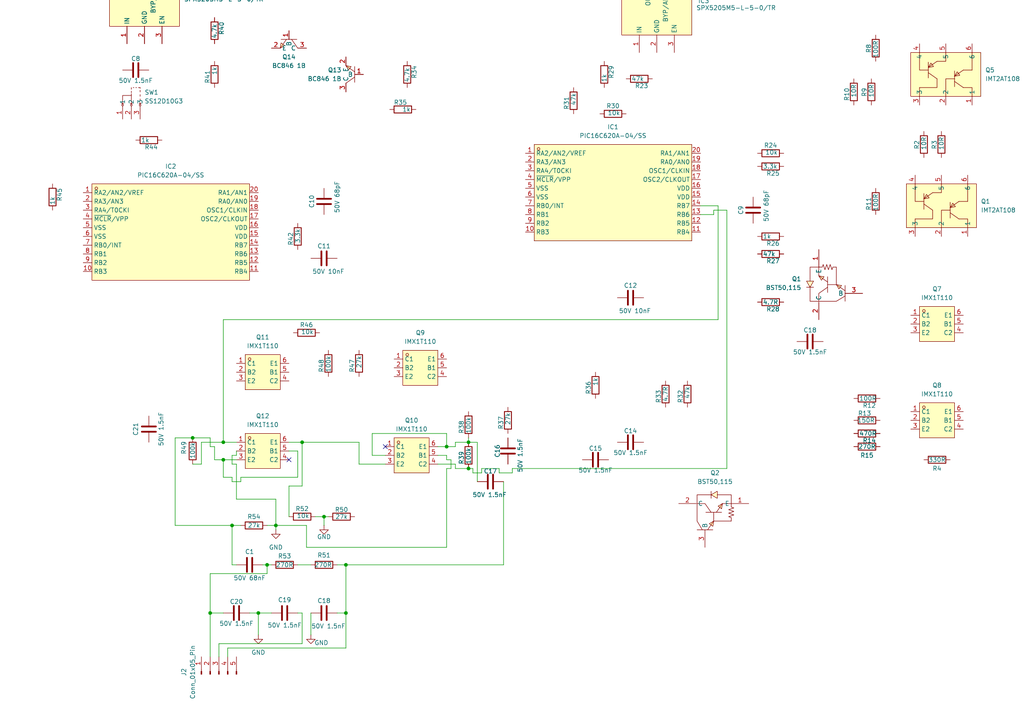
<source format=kicad_sch>
(kicad_sch (version 20250114) (generator "eeschema") (generator_version "9.0")
  (paper "A4")
  (lib_symbols
    (symbol "Connector:Conn_01x05_Pin" (pin_names (offset 1.016) (hide yes))
      (property "Reference" "J" (at 0 7.62 0))
      (property "Value" "Conn_01x05_Pin" (at 0 -7.62 0))
      (symbol "Conn_01x05_Pin_1_1"
        (pin passive line (at 5.08 5.08 180) (length 3.81) (name "Pin_1") (number "1"))
        (pin passive line (at 5.08 2.54 180) (length 3.81) (name "Pin_2") (number "2"))
        (pin passive line (at 5.08 0 180) (length 3.81) (name "Pin_3") (number "3"))
        (pin passive line (at 5.08 -2.54 180) (length 3.81) (name "Pin_4") (number "4"))
        (pin passive line (at 5.08 -5.08 180) (length 3.81) (name "Pin_5") (number "5"))
      )
    )
    (symbol "Device:C" (pin_numbers (hide yes)) (pin_names (offset 0.254))
      (property "Reference" "C" (at 0.635 2.54 0))
      (property "Value" "C" (at 0.635 -2.54 0))
      (symbol "C_1_1"
        (pin passive line (at 0 3.81 270) (length 2.794) (name "~") (number "1"))
        (pin passive line (at 0 -3.81 90) (length 2.794) (name "~") (number "2"))
      )
    )
    (symbol "Device:R" (pin_numbers (hide yes)) (pin_names (offset 0))
      (property "Reference" "R" (at 2.032 0 90))
      (property "Value" "R" (at 0 0 90))
      (symbol "R_1_1"
        (pin passive line (at 0 3.81 270) (length 1.27) (name "~") (number "1"))
        (pin passive line (at 0 -3.81 90) (length 1.27) (name "~") (number "2"))
      )
    )
    (symbol "Diode:BZV55B36" (pin_numbers (hide yes)) (pin_names (hide yes))
      (property "Reference" "D" (at 0 2.54 0))
      (property "Value" "BZV55B36" (at 0 -2.54 0))
      (symbol "BZV55B36_1_1"
        (pin passive line (at -3.81 0 0) (length 2.54) (name "K") (number "1"))
        (pin passive line (at 3.81 0 180) (length 2.54) (name "A") (number "2"))
      )
    )
    (symbol "Regulator_Linear:KA78M05_TO252" (pin_names (offset 0.254))
      (property "Reference" "U" (at -3.81 3.175 0))
      (property "Value" "KA78M05_TO252" (at 0 3.175 0))
      (symbol "KA78M05_TO252_1_1"
        (pin power_in line (at -7.62 0 0) (length 2.54) (name "VI") (number "1"))
        (pin power_in line (at 0 -7.62 90) (length 2.54) (name "GND") (number "2"))
        (pin power_out line (at 7.62 0 180) (length 2.54) (name "VO") (number "3"))
      )
    )
    (symbol "easyeda2kicad:BC8461B"
      (property "Reference" "Q" (at 0 10.16 0))
      (property "Value" "BC846 1B" (at 0 -10.16 0))
      (symbol "BC8461B_0_1"
        (pin unspecified line (at -2.54 0 0) (length 2.54) (name "B") (number "1"))
        (pin unspecified line (at 2.54 5.08 270) (length 2.54) (name "C") (number "3"))
        (pin unspecified line (at 2.54 -5.08 90) (length 2.54) (name "E") (number "2"))
      )
    )
    (symbol "easyeda2kicad:BST50,115"
      (property "Reference" "Q" (at 0 15.24 0))
      (property "Value" "BST50,115" (at 0 -15.24 0))
      (symbol "BST50,115_0_1"
        (pin unspecified line (at -10.16 2.54 0) (length 5.08) (name "B") (number "3"))
        (pin unspecified line (at 2.54 10.16 270) (length 5.08) (name "C") (number "2"))
        (pin unspecified line (at 2.54 -10.16 90) (length 5.08) (name "E") (number "1"))
      )
    )
    (symbol "easyeda2kicad:FM4007"
      (property "Reference" "D" (at 0 5.08 0))
      (property "Value" "FM4007" (at 0 -5.08 0))
      (symbol "FM4007_0_1"
        (pin unspecified line (at -5.08 0 0) (length 3.81) (name "C") (number "1"))
        (pin unspecified line (at 5.08 0 180) (length 3.81) (name "A") (number "2"))
      )
    )
    (symbol "easyeda2kicad:IMT2AT108"
      (property "Reference" "Q" (at 0 13.97 0))
      (property "Value" "IMT2AT108" (at 0 -13.97 0))
      (symbol "IMT2AT108_0_1"
        (pin unspecified line (at -7.62 8.89 270) (length 2.54) (name "4") (number "4"))
        (pin unspecified line (at -7.62 -8.89 90) (length 2.54) (name "3") (number "3"))
        (pin unspecified line (at 0 8.89 270) (length 2.54) (name "5") (number "5"))
        (pin unspecified line (at 0 -8.89 90) (length 2.54) (name "2") (number "2"))
        (pin unspecified line (at 7.62 8.89 270) (length 2.54) (name "6") (number "6"))
        (pin unspecified line (at 7.62 -8.89 90) (length 2.54) (name "1") (number "1"))
      )
    )
    (symbol "easyeda2kicad:IMX1T110"
      (property "Reference" "Q" (at 0 7.62 0))
      (property "Value" "IMX1T110" (at 0 -7.62 0))
      (symbol "IMX1T110_0_1"
        (pin unspecified line (at -7.62 2.54 0) (length 2.54) (name "C1") (number "1"))
        (pin unspecified line (at -7.62 0 0) (length 2.54) (name "B2") (number "2"))
        (pin unspecified line (at -7.62 -2.54 0) (length 2.54) (name "E2") (number "3"))
        (pin unspecified line (at 7.62 2.54 180) (length 2.54) (name "E1") (number "6"))
        (pin unspecified line (at 7.62 0 180) (length 2.54) (name "B1") (number "5"))
        (pin unspecified line (at 7.62 -2.54 180) (length 2.54) (name "C2") (number "4"))
      )
    )
    (symbol "easyeda2kicad:L78L15ABUTR"
      (property "Reference" "U" (at 0 8.89 0))
      (property "Value" "L78L15ABUTR" (at 0 -11.43 0))
      (symbol "L78L15ABUTR_0_1"
        (pin power_in line (at -12.7 3.81 0) (length 5.08) (name "VIN") (number "3"))
        (pin power_in line (at 0 -6.35 90) (length 5.08) (name "GND") (number "2"))
        (pin power_in line (at 12.7 3.81 180) (length 5.08) (name "VOUT") (number "1"))
      )
    )
    (symbol "easyeda2kicad:PIC16C620A-04_SS"
      (property "Reference" "U" (at 0 17.78 0))
      (property "Value" "PIC16C620A-04/SS" (at 0 -15.24 0))
      (symbol "PIC16C620A-04_SS_0_1"
        (pin unspecified line (at -25.4 12.7 0) (length 2.54) (name "RA2/AN2/VREF") (number "1"))
        (pin unspecified line (at -25.4 10.16 0) (length 2.54) (name "RA3/AN3") (number "2"))
        (pin unspecified line (at -25.4 7.62 0) (length 2.54) (name "RA4/T0CKI") (number "3"))
        (pin unspecified line (at -25.4 5.08 0) (length 2.54) (name "~{MCLR}/VPP") (number "4"))
        (pin unspecified line (at -25.4 2.54 0) (length 2.54) (name "VSS") (number "5"))
        (pin unspecified line (at -25.4 0 0) (length 2.54) (name "VSS") (number "6"))
        (pin unspecified line (at -25.4 -2.54 0) (length 2.54) (name "RB0/INT") (number "7"))
        (pin unspecified line (at -25.4 -5.08 0) (length 2.54) (name "RB1") (number "8"))
        (pin unspecified line (at -25.4 -7.62 0) (length 2.54) (name "RB2") (number "9"))
        (pin unspecified line (at -25.4 -10.16 0) (length 2.54) (name "RB3") (number "10"))
        (pin unspecified line (at 25.4 12.7 180) (length 2.54) (name "RA1/AN1") (number "20"))
        (pin unspecified line (at 25.4 10.16 180) (length 2.54) (name "RA0/AN0") (number "19"))
        (pin unspecified line (at 25.4 7.62 180) (length 2.54) (name "OSC1/CLKIN") (number "18"))
        (pin unspecified line (at 25.4 5.08 180) (length 2.54) (name "OSC2/CLKOUT") (number "17"))
        (pin unspecified line (at 25.4 2.54 180) (length 2.54) (name "VDD") (number "16"))
        (pin unspecified line (at 25.4 0 180) (length 2.54) (name "VDD") (number "15"))
        (pin unspecified line (at 25.4 -2.54 180) (length 2.54) (name "RB7") (number "14"))
        (pin unspecified line (at 25.4 -5.08 180) (length 2.54) (name "RB6") (number "13"))
        (pin unspecified line (at 25.4 -7.62 180) (length 2.54) (name "RB5") (number "12"))
        (pin unspecified line (at 25.4 -10.16 180) (length 2.54) (name "RB4") (number "11"))
      )
    )
    (symbol "easyeda2kicad:SPX5205M5-L-5-0_TR"
      (property "Reference" "U" (at 0 10.16 0))
      (property "Value" "SPX5205M5-L-5-0/TR" (at 0 -10.16 0))
      (symbol "SPX5205M5-L-5-0_TR_0_1"
        (pin unspecified line (at -11.43 5.08 0) (length 5.08) (name "IN") (number "1"))
        (pin unspecified line (at -11.43 0 0) (length 5.08) (name "GND") (number "2"))
        (pin unspecified line (at -11.43 -5.08 0) (length 5.08) (name "EN") (number "3"))
        (pin unspecified line (at 11.43 2.54 180) (length 5.08) (name "OUT") (number "5"))
        (pin unspecified line (at 11.43 -2.54 180) (length 5.08) (name "BYP/ADJ") (number "4"))
      )
    )
    (symbol "easyeda2kicad:SS12D10G3"
      (property "Reference" "SW" (at 0 1.02 0))
      (property "Value" "SS12D10G3" (at 0 -9.14 0))
      (symbol "SS12D10G3_0_1"
        (pin unspecified line (at -2.54 -4.06 90) (length 3.81) (name "1") (number "1"))
        (pin unspecified line (at 0 -4.06 90) (length 3.81) (name "2") (number "2"))
        (pin unspecified line (at 2.54 -4.06 90) (length 3.81) (name "3") (number "3"))
      )
    )
    (symbol "easyeda2kicad:TAJA106K016RNJ" (pin_names (hide yes))
      (property "Reference" "C" (at 0 5.08 0))
      (property "Value" "TAJA106K016RNJ" (at 0 -5.08 0))
      (symbol "TAJA106K016RNJ_0_1"
        (pin input line (at -3.81 0 0) (length 2.54) (name "2") (number "2"))
        (pin input line (at 3.81 0 180) (length 2.54) (name "1") (number "1"))
      )
    )
    (symbol "easyeda2kicad:TAJB225K035RNJ" (pin_names (hide yes))
      (property "Reference" "C" (at 0 5.08 0))
      (property "Value" "TAJB225K035RNJ" (at 0 -5.08 0))
      (symbol "TAJB225K035RNJ_0_1"
        (pin input line (at -3.81 0 0) (length 2.54) (name "2") (number "2"))
        (pin input line (at 3.81 0 180) (length 2.54) (name "1") (number "1"))
      )
    )
    (symbol "easyeda2kicad:TAJB335K035RNJ"
      (property "Reference" "C" (at 0 5.08 0))
      (property "Value" "TAJB335K035RNJ" (at 0 -5.08 0))
      (symbol "TAJB335K035RNJ_0_1"
        (pin input line (at -3.81 0 0) (length 2.54) (name "2") (number "2"))
        (pin input line (at 3.81 0 180) (length 2.54) (name "1") (number "1"))
      )
    )
    (symbol "easyeda2kicad:TLP181GB-S"
      (property "Reference" "U" (at 0 7.62 0))
      (property "Value" "TLP181GB-S" (at 0 -7.62 0))
      (symbol "TLP181GB-S_0_1"
        (pin unspecified line (at -12.7 2.54 0) (length 5.08) (name "AN") (number "1"))
        (pin unspecified line (at -12.7 -2.54 0) (length 5.08) (name "CAT") (number "3"))
        (pin unspecified line (at 10.16 2.54 180) (length 5.08) (name "COL") (number "6"))
        (pin unspecified line (at 10.16 -2.54 180) (length 5.08) (name "EMI") (number "4"))
      )
    )
    (symbol "easyeda2kicad:V23057-B0006-A101"
      (property "Reference" "K" (at 0 12.7 0))
      (property "Value" "V23057-B0006-A101" (at 0 -12.7 0))
      (symbol "V23057-B0006-A101_0_1"
        (pin unspecified line (at -5.08 7.62 270) (length 5.08) (name "A1") (number "A1"))
        (pin unspecified line (at -5.08 -7.62 90) (length 5.08) (name "A2") (number "A2"))
        (pin unspecified line (at 0 -7.62 90) (length 5.08) (name "5") (number "5"))
        (pin unspecified line (at 2.54 -7.62 90) (length 5.08) (name "4") (number "4"))
        (pin unspecified line (at 5.08 -7.62 90) (length 5.08) (name "3") (number "3"))
      )
    )
    (symbol "easyeda2kicad:ZMM15_C179550"
      (property "Reference" "D" (at 0 5.08 0))
      (property "Value" "ZMM15_C179550" (at 0 -5.08 0))
      (symbol "ZMM15_C179550_0_1"
        (pin unspecified line (at -5.08 0 0) (length 3.81) (name "1") (number "1"))
        (pin unspecified line (at 5.08 0 180) (length 3.81) (name "2") (number "2"))
      )
    )
    (symbol "power:GND" (power) (pin_numbers (hide yes)) (pin_names (offset 0) (hide yes))
      (property "Value" "GND" (at 0 -3.81 0))
      (symbol "GND_1_1"
        (pin power_in line (at 0 0 270) (length 0) (name "~") (number "1"))
      )
    )
  )
  (junction (at 60.96 177.8))
  (junction (at 100.33 163.83))
  (junction (at 55.88 127))
  (junction (at 87.63 128.27))
  (junction (at 64.77 128.27))
  (junction (at 67.31 152.4))
  (junction (at 74.93 177.8))
  (junction (at 129.54 129.54))
  (junction (at 100.33 177.8))
  (junction (at 80.01 152.4))
  (junction (at 64.77 133.35))
  (junction (at 135.89 128.27))
  (junction (at 93.98 149.86))
  (junction (at 135.89 135.89))
  (junction (at 77.47 163.83))
  (no_connect (at 111.76 129.54))
  (no_connect (at 83.82 133.35))
  (wire (pts (xy 67.31 138.43) (xy 67.31 139.7)))
  (wire (pts (xy 67.31 163.83) (xy 68.58 163.83)))
  (wire (pts (xy 100.33 177.8) (xy 100.33 187.96)))
  (wire (pts (xy 100.33 163.83) (xy 97.79 163.83)))
  (wire (pts (xy 135.89 128.27) (xy 132.08 128.27)))
  (wire (pts (xy 67.31 163.83) (xy 67.31 152.4)))
  (wire (pts (xy 137.16 135.89) (xy 137.16 137.16)))
  (wire (pts (xy 207.01 60.96) (xy 207.01 62.23)))
  (wire (pts (xy 129.54 125.73) (xy 129.54 129.54)))
  (wire (pts (xy 69.85 139.7) (xy 69.85 138.43)))
  (wire (pts (xy 129.54 135.89) (xy 130.81 135.89)))
  (wire (pts (xy 86.36 177.8) (xy 87.63 177.8)))
  (wire (pts (xy 107.95 132.08) (xy 107.95 125.73)))
  (wire (pts (xy 80.01 152.4) (xy 88.9 152.4)))
  (wire (pts (xy 203.2 62.23) (xy 207.01 62.23)))
  (wire (pts (xy 60.96 177.8) (xy 60.96 166.37)))
  (wire (pts (xy 86.36 138.43) (xy 86.36 130.81)))
  (wire (pts (xy 146.05 163.83) (xy 146.05 139.7)))
  (wire (pts (xy 80.01 153.67) (xy 80.01 152.4)))
  (wire (pts (xy 64.77 128.27) (xy 64.77 92.71)))
  (wire (pts (xy 104.14 134.62) (xy 111.76 134.62)))
  (wire (pts (xy 148.59 137.16) (xy 148.59 135.89)))
  (wire (pts (xy 58.42 128.27) (xy 58.42 134.62)))
  (wire (pts (xy 88.9 158.75) (xy 129.54 158.75)))
  (wire (pts (xy 78.74 163.83) (xy 77.47 163.83)))
  (wire (pts (xy 83.82 140.97) (xy 83.82 149.86)))
  (wire (pts (xy 132.08 129.54) (xy 129.54 129.54)))
  (wire (pts (xy 67.31 134.62) (xy 68.58 134.62)))
  (wire (pts (xy 144.78 135.89) (xy 144.78 137.16)))
  (wire (pts (xy 80.01 152.4) (xy 77.47 152.4)))
  (wire (pts (xy 63.5 186.69) (xy 63.5 190.5)))
  (wire (pts (xy 55.88 127) (xy 60.96 127)))
  (wire (pts (xy 127 134.62) (xy 132.08 134.62)))
  (wire (pts (xy 62.23 133.35) (xy 62.23 129.54)))
  (wire (pts (xy 144.78 137.16) (xy 148.59 137.16)))
  (wire (pts (xy 132.08 128.27) (xy 132.08 129.54)))
  (wire (pts (xy 68.58 128.27) (xy 64.77 128.27)))
  (wire (pts (xy 210.82 60.96) (xy 207.01 60.96)))
  (wire (pts (xy 139.7 135.89) (xy 144.78 135.89)))
  (wire (pts (xy 50.8 127) (xy 55.88 127)))
  (wire (pts (xy 64.77 92.71) (xy 208.28 92.71)))
  (wire (pts (xy 87.63 186.69) (xy 63.5 186.69)))
  (wire (pts (xy 64.77 133.35) (xy 64.77 138.43)))
  (wire (pts (xy 139.7 137.16) (xy 139.7 135.89)))
  (wire (pts (xy 87.63 128.27) (xy 87.63 140.97)))
  (wire (pts (xy 67.31 132.08) (xy 67.31 134.62)))
  (wire (pts (xy 100.33 177.8) (xy 100.33 163.83)))
  (wire (pts (xy 68.58 130.81) (xy 68.58 132.08)))
  (wire (pts (xy 60.96 166.37) (xy 77.47 166.37)))
  (wire (pts (xy 64.77 133.35) (xy 62.23 133.35)))
  (wire (pts (xy 90.17 184.15) (xy 90.17 177.8)))
  (wire (pts (xy 91.44 149.86) (xy 93.98 149.86)))
  (wire (pts (xy 64.77 138.43) (xy 67.31 138.43)))
  (wire (pts (xy 111.76 132.08) (xy 107.95 132.08)))
  (wire (pts (xy 83.82 128.27) (xy 87.63 128.27)))
  (wire (pts (xy 137.16 137.16) (xy 139.7 137.16)))
  (wire (pts (xy 69.85 138.43) (xy 86.36 138.43)))
  (wire (pts (xy 129.54 133.35) (xy 129.54 132.08)))
  (wire (pts (xy 68.58 134.62) (xy 68.58 144.78)))
  (wire (pts (xy 67.31 132.08) (xy 68.58 132.08)))
  (wire (pts (xy 50.8 127) (xy 50.8 152.4)))
  (wire (pts (xy 87.63 128.27) (xy 104.14 128.27)))
  (wire (pts (xy 130.81 133.35) (xy 129.54 133.35)))
  (wire (pts (xy 68.58 133.35) (xy 64.77 133.35)))
  (wire (pts (xy 107.95 125.73) (xy 129.54 125.73)))
  (wire (pts (xy 83.82 130.81) (xy 86.36 130.81)))
  (wire (pts (xy 74.93 184.15) (xy 74.93 177.8)))
  (wire (pts (xy 93.98 152.4) (xy 93.98 149.86)))
  (wire (pts (xy 87.63 177.8) (xy 87.63 186.69)))
  (wire (pts (xy 76.2 163.83) (xy 77.47 163.83)))
  (wire (pts (xy 93.98 149.86) (xy 95.25 149.86)))
  (wire (pts (xy 127 129.54) (xy 129.54 129.54)))
  (wire (pts (xy 72.39 177.8) (xy 74.93 177.8)))
  (wire (pts (xy 60.96 177.8) (xy 60.96 190.5)))
  (wire (pts (xy 88.9 152.4) (xy 88.9 158.75)))
  (wire (pts (xy 67.31 139.7) (xy 69.85 139.7)))
  (wire (pts (xy 135.89 127) (xy 135.89 128.27)))
  (wire (pts (xy 135.89 135.89) (xy 137.16 135.89)))
  (wire (pts (xy 60.96 129.54) (xy 60.96 127)))
  (wire (pts (xy 132.08 135.89) (xy 135.89 135.89)))
  (wire (pts (xy 135.89 128.27) (xy 138.43 128.27)))
  (wire (pts (xy 64.77 128.27) (xy 58.42 128.27)))
  (wire (pts (xy 67.31 152.4) (xy 69.85 152.4)))
  (wire (pts (xy 130.81 135.89) (xy 130.81 133.35)))
  (wire (pts (xy 87.63 140.97) (xy 83.82 140.97)))
  (wire (pts (xy 208.28 59.69) (xy 208.28 92.71)))
  (wire (pts (xy 80.01 144.78) (xy 80.01 152.4)))
  (wire (pts (xy 138.43 128.27) (xy 138.43 139.7)))
  (wire (pts (xy 129.54 158.75) (xy 129.54 135.89)))
  (wire (pts (xy 90.17 163.83) (xy 86.36 163.83)))
  (wire (pts (xy 74.93 177.8) (xy 78.74 177.8)))
  (wire (pts (xy 66.04 187.96) (xy 66.04 190.5)))
  (wire (pts (xy 77.47 166.37) (xy 77.47 163.83)))
  (wire (pts (xy 148.59 135.89) (xy 210.82 135.89)))
  (wire (pts (xy 100.33 187.96) (xy 66.04 187.96)))
  (wire (pts (xy 97.79 177.8) (xy 100.33 177.8)))
  (wire (pts (xy 64.77 177.8) (xy 60.96 177.8)))
  (wire (pts (xy 58.42 134.62) (xy 55.88 134.62)))
  (wire (pts (xy 129.54 132.08) (xy 127 132.08)))
  (wire (pts (xy 50.8 152.4) (xy 67.31 152.4)))
  (wire (pts (xy 104.14 128.27) (xy 104.14 134.62)))
  (wire (pts (xy 203.2 59.69) (xy 208.28 59.69)))
  (wire (pts (xy 132.08 134.62) (xy 132.08 135.89)))
  (wire (pts (xy 210.82 135.89) (xy 210.82 60.96)))
  (wire (pts (xy 100.33 163.83) (xy 146.05 163.83)))
  (wire (pts (xy 68.58 144.78) (xy 80.01 144.78)))
  (wire (pts (xy 62.23 129.54) (xy 60.96 129.54)))
  (symbol (lib_id "Device:R") (at 62.23 8.89 0) (mirror y) (unit 1)
    (property "Reference" "R40" (at 64.262 10.16 90) (effects (justify left)))
    (property "Value" "4.7k" (at 62.23 11.176 90) (effects (justify left)))
    (property "Footprint" "Resistor_SMD:R_0805_2012Metric" (effects (hide yes)))
    (property "Description" "Resistor" (effects (hide yes)))
  )
  (symbol (lib_id "Device:R") (at 118.11 21.59 0) (mirror y) (unit 1)
    (property "Reference" "R34" (at 120.142 22.86 90) (effects (justify left)))
    (property "Value" "4.7k" (at 118.11 23.876 90) (effects (justify left)))
    (property "Footprint" "Resistor_SMD:R_0805_2012Metric" (effects (hide yes)))
    (property "Description" "Resistor" (effects (hide yes)))
  )
  (symbol (lib_id "Device:R") (at 245.11 -35.56 90) (mirror x) (unit 1)
    (property "Reference" "R6" (at 246.38 -37.592 90) (effects (justify left)))
    (property "Value" "150R" (at 247.396 -35.56 90) (effects (justify left)))
    (property "Footprint" "Resistor_SMD:R_0805_2012Metric" (effects (hide yes)))
    (property "Description" "Resistor" (effects (hide yes)))
  )
  (symbol (lib_id "Connector:Conn_01x05_Pin") (at 63.5 195.58 90) (unit 1)
    (property "Reference" "J2" (at 53.34 194.945 0))
    (property "Value" "Conn_01x05_Pin" (at 55.88 194.945 0))
    (property "Description" "Generic connector, single row, 01x05, script generated" (effects (hide yes)))
  )
  (symbol (lib_id "easyeda2kicad:V23057-B0006-A101") (at 67.31 -62.23 270) (unit 1)
    (property "Reference" "REL1" (at 68.96 -72.39 90))
    (property "Value" "V23057-B0006-A101" (at 68.96 -69.85 90))
    (property "Footprint" "easyeda2kicad:RELAY-TH_TE_V23057BXXX" (effects (hide yes)))
    (property "LCSC Part" "C1564084" (effects (hide yes)))
  )
  (symbol (lib_id "easyeda2kicad:L78L15ABUTR") (at 193.04 -35.56 0) (unit 1)
    (property "Reference" "U1" (at 193.04 -45.72 0))
    (property "Value" "26V-15V L78L15ABUTR" (at 193.04 -43.18 0))
    (property "Footprint" "easyeda2kicad:SOT-89-3_L4.5-W2.5-P1.50-LS4.2-TL" (effects (hide yes)))
    (property "Datasheet" "https://lcsc.com/product-detail/Linear-Voltage-Regulators_STMicroelectronics_L78L15ABUTR_L78L15ABUTR_C81364.html" (effects (hide yes)))
    (property "LCSC Part" "C81364" (effects (hide yes)))
  )
  (symbol (lib_id "Device:C") (at 93.98 177.8 270) (unit 1)
    (property "Reference" "C18" (at 93.98 174.244 90))
    (property "Value" "50V 1.5nF" (at 95.25 181.61 90))
    (property "Footprint" "Capacitor_SMD:C_0805_2012Metric" (effects (hide yes)))
    (property "Description" "Unpolarized capacitor" (effects (hide yes)))
  )
  (symbol (lib_id "Device:R") (at 251.46 125.73 270) (mirror x) (unit 1)
    (property "Reference" "R14" (at 250.19 127.762 90) (effects (justify left)))
    (property "Value" "470R" (at 249.174 125.73 90) (effects (justify left)))
    (property "Footprint" "Resistor_SMD:R_0805_2012Metric" (effects (hide yes)))
    (property "Description" "Resistor" (effects (hide yes)))
  )
  (symbol (lib_id "Device:R") (at 140.97 -95.25 0) (mirror y) (unit 1)
    (property "Reference" "R17" (at 143.002 -93.98 90) (effects (justify left)))
    (property "Value" "33k" (at 140.97 -92.964 90) (effects (justify left)))
    (property "Footprint" "Resistor_SMD:R_0805_2012Metric" (effects (hide yes)))
    (property "Description" "Resistor" (effects (hide yes)))
  )
  (symbol (lib_id "Device:R") (at 135.89 123.19 0) (mirror x) (unit 1)
    (property "Reference" "R38" (at 133.858 121.92 90) (effects (justify left)))
    (property "Value" "100k" (at 135.89 120.904 90) (effects (justify left)))
    (property "Footprint" "Resistor_SMD:R_0805_2012Metric" (effects (hide yes)))
    (property "Description" "Resistor" (effects (hide yes)))
  )
  (symbol (lib_id "power:GND") (at 74.93 184.15 0) (unit 1)
    (property "Reference" "#PWR01" (effects (hide yes)))
    (property "Value" "GND" (at 74.93 189.23 0))
    (property "Description" "Power symbol creates a global label with name \"GND\" , ground" (effects (hide yes)))
  )
  (symbol (lib_id "Device:R") (at 245.11 -29.21 90) (mirror x) (unit 1)
    (property "Reference" "R7" (at 246.38 -31.242 90) (effects (justify left)))
    (property "Value" "270R" (at 247.396 -29.21 90) (effects (justify left)))
    (property "Footprint" "Resistor_SMD:R_0805_2012Metric" (effects (hide yes)))
    (property "Description" "Resistor" (effects (hide yes)))
  )
  (symbol (lib_id "easyeda2kicad:BC8461B") (at 83.82 11.43 270) (unit 1)
    (property "Reference" "Q14" (at 83.82 16.51 90))
    (property "Value" "BC846 1B" (at 83.82 19.05 90))
    (property "Footprint" "easyeda2kicad:SOT-23-3_L2.9-W1.6-P1.90-LS2.8-BR" (effects (hide yes)))
    (property "Datasheet" "https://lcsc.com/product-detail/Transistors-NPN-PNP_BC846_C8573.html" (effects (hide yes)))
    (property "LCSC Part" "C8573" (effects (hide yes)))
  )
  (symbol (lib_id "Device:R") (at 185.42 22.86 270) (mirror x) (unit 1)
    (property "Reference" "R23" (at 184.15 24.892 90) (effects (justify left)))
    (property "Value" "47k" (at 183.134 22.86 90) (effects (justify left)))
    (property "Footprint" "Resistor_SMD:R_0805_2012Metric" (effects (hide yes)))
    (property "Description" "Resistor" (effects (hide yes)))
  )
  (symbol (lib_id "Device:R") (at 223.52 87.63 270) (mirror x) (unit 1)
    (property "Reference" "R28" (at 222.25 89.662 90) (effects (justify left)))
    (property "Value" "4.7R" (at 221.234 87.63 90) (effects (justify left)))
    (property "Footprint" "Resistor_SMD:R_0805_2012Metric" (effects (hide yes)))
    (property "Description" "Resistor" (effects (hide yes)))
  )
  (symbol (lib_id "Device:C") (at 116.84 -71.12 270) (unit 1)
    (property "Reference" "C4" (at 116.84 -74.676 90))
    (property "Value" "50V 10nF" (at 118.11 -67.31 90))
    (property "Footprint" "Capacitor_SMD:C_0805_2012Metric" (effects (hide yes)))
    (property "Description" "Unpolarized capacitor" (effects (hide yes)))
  )
  (symbol (lib_id "Device:C") (at 142.24 139.7 270) (unit 1)
    (property "Reference" "C17" (at 142.24 136.652 90))
    (property "Value" "50V 1.5nF" (at 141.986 143.51 90))
    (property "Footprint" "Capacitor_SMD:C_0805_2012Metric" (effects (hide yes)))
    (property "Description" "Unpolarized capacitor" (effects (hide yes)))
  )
  (symbol (lib_id "Device:R") (at 271.78 133.35 90) (unit 1)
    (property "Reference" "R4" (at 271.78 135.89 90))
    (property "Value" "330R" (at 271.78 133.35 90))
    (property "Footprint" "Resistor_SMD:R_0805_2012Metric" (effects (hide yes)))
    (property "Description" "Resistor" (effects (hide yes)))
  )
  (symbol (lib_id "Diode:BZV55B36") (at 175.26 -91.44 270) (mirror x) (unit 1)
    (property "Reference" "D4" (at 172.72 -92.7101 90) (effects (justify right)))
    (property "Value" "BZV55B36" (at 172.72 -90.1701 90) (effects (justify right)))
    (property "Footprint" "Diode_SMD:D_MiniMELF" (effects (hide yes)))
    (property "Datasheet" "https://assets.nexperia.com/documents/data-sheet/BZV55_SER.pdf" (effects (hide yes)))
    (property "Description" "36V, 500mW, 2%, Zener diode, MiniMELF" (effects (hide yes)))
  )
  (symbol (lib_id "Device:R") (at 82.55 163.83 270) (unit 1)
    (property "Reference" "R53" (at 82.55 161.29 90))
    (property "Value" "270R" (at 82.55 163.83 90))
    (property "Footprint" "Resistor_SMD:R_0805_2012Metric" (effects (hide yes)))
    (property "Description" "Resistor" (effects (hide yes)))
  )
  (symbol (lib_id "easyeda2kicad:IMX1T110") (at 273.05 -11.43 0) (unit 1)
    (property "Reference" "Q4" (at 273.05 -21.59 0))
    (property "Value" "IMX1T110" (at 273.05 -19.05 0))
    (property "Footprint" "easyeda2kicad:SOT-457_L2.9-W1.6-P0.95-LS2.80-BR" (effects (hide yes)))
    (property "Datasheet" "https://lcsc.com/product-detail/Pre-ordered-Products_ROHM-Semicon_IMX1T110_ROHM-Semicon-IMX1T110_C509893.html" (effects (hide yes)))
    (property "LCSC Part" "C509893" (effects (hide yes)))
  )
  (symbol (lib_id "Device:C") (at 218.44 60.96 0) (unit 1)
    (property "Reference" "C9" (at 214.884 60.96 90))
    (property "Value" "50V 68pF" (at 222.25 59.69 90))
    (property "Footprint" "Capacitor_SMD:C_0805_2012Metric" (effects (hide yes)))
    (property "Description" "Unpolarized capacitor" (effects (hide yes)))
  )
  (symbol (lib_id "Device:C") (at 68.58 177.8 270) (unit 1)
    (property "Reference" "C20" (at 68.58 174.498 90))
    (property "Value" "50V 1.5nF" (at 68.58 180.848 90))
    (property "Footprint" "Capacitor_SMD:C_0805_2012Metric" (effects (hide yes)))
    (property "Description" "Unpolarized capacitor" (effects (hide yes)))
  )
  (symbol (lib_id "easyeda2kicad:SPX5205M5-L-5-0_TR") (at 41.91 1.27 90) (unit 1)
    (property "Reference" "IC4" (at 53.848 -2.286 90) (effects (justify right)))
    (property "Value" "SPX5205M5-L-5-0/TR" (at 53.34 -0.254 90) (effects (justify right)))
    (property "Footprint" "easyeda2kicad:SOT-23-5_L3.0-W1.7-P0.95-LS2.8-TL" (effects (hide yes)))
    (property "Datasheet" "https://lcsc.com/product-detail/Low-Dropout-Regulators-LDO_SIPEX_SPX5205M5-L-5-0-TR_SPX5205M5-L-5-0-TR_C6865.html" (effects (hide yes)))
    (property "LCSC Part" "C6865" (effects (hide yes)))
  )
  (symbol (lib_id "Device:R") (at 55.88 130.81 0) (mirror y) (unit 1)
    (property "Reference" "R49" (at 53.34 131.826 90) (effects (justify left)))
    (property "Value" "100k" (at 55.88 133.096 90) (effects (justify left)))
    (property "Footprint" "Resistor_SMD:R_0805_2012Metric" (effects (hide yes)))
    (property "Description" "Resistor" (effects (hide yes)))
  )
  (symbol (lib_id "Device:C") (at 180.34 -118.11 270) (unit 1)
    (property "Reference" "C2" (at 180.34 -121.666 90))
    (property "Value" "50V 10nF ceramic" (at 181.61 -114.3 90))
    (property "Footprint" "Capacitor_SMD:C_1206_3216Metric" (effects (hide yes)))
    (property "Description" "Unpolarized capacitor" (effects (hide yes)))
  )
  (symbol (lib_id "Device:C") (at 82.55 177.8 270) (unit 1)
    (property "Reference" "C19" (at 82.55 173.99 90))
    (property "Value" "50V 1.5nF" (at 82.55 181.356 90))
    (property "Footprint" "Capacitor_SMD:C_0805_2012Metric" (effects (hide yes)))
    (property "Description" "Unpolarized capacitor" (effects (hide yes)))
  )
  (symbol (lib_id "Device:R") (at 251.46 115.57 270) (mirror x) (unit 1)
    (property "Reference" "R12" (at 250.19 117.602 90) (effects (justify left)))
    (property "Value" "100R" (at 249.174 115.57 90) (effects (justify left)))
    (property "Footprint" "Resistor_SMD:R_0805_2012Metric" (effects (hide yes)))
    (property "Description" "Resistor" (effects (hide yes)))
  )
  (symbol (lib_id "easyeda2kicad:IMX1T110") (at 121.92 106.68 0) (unit 1)
    (property "Reference" "Q9" (at 121.92 96.52 0))
    (property "Value" "IMX1T110" (at 121.92 99.06 0))
    (property "Footprint" "easyeda2kicad:SOT-457_L2.9-W1.6-P0.95-LS2.80-BR" (effects (hide yes)))
    (property "Datasheet" "https://lcsc.com/product-detail/Pre-ordered-Products_ROHM-Semicon_IMX1T110_ROHM-Semicon-IMX1T110_C509893.html" (effects (hide yes)))
    (property "LCSC Part" "C509893" (effects (hide yes)))
  )
  (symbol (lib_id "Device:C") (at 176.53 -50.8 0) (unit 1)
    (property "Reference" "C6" (at 173.228 -50.8 90))
    (property "Value" "50V 1.5nF" (at 179.578 -50.8 90))
    (property "Footprint" "Capacitor_SMD:C_0805_2012Metric" (effects (hide yes)))
    (property "Description" "Unpolarized capacitor" (effects (hide yes)))
  )
  (symbol (lib_id "Device:R") (at 99.06 149.86 270) (unit 1)
    (property "Reference" "R50" (at 99.06 147.828 90))
    (property "Value" "27k" (at 99.06 149.86 90))
    (property "Footprint" "Resistor_SMD:R_0805_2012Metric" (effects (hide yes)))
    (property "Description" "Resistor" (effects (hide yes)))
  )
  (symbol (lib_id "Device:R") (at 175.26 21.59 0) (mirror y) (unit 1)
    (property "Reference" "R29" (at 177.292 22.86 90) (effects (justify left)))
    (property "Value" "1k" (at 175.26 23.876 90) (effects (justify left)))
    (property "Footprint" "Resistor_SMD:R_0805_2012Metric" (effects (hide yes)))
    (property "Description" "Resistor" (effects (hide yes)))
  )
  (symbol (lib_id "Regulator_Linear:KA78M05_TO252") (at 167.64 -39.37 0) (unit 1)
    (property "Reference" "U2" (at 167.64 -45.72 0))
    (property "Value" "78L05G-AB3-R" (at 167.64 -43.18 0))
    (property "Footprint" "Package_TO_SOT_SMD:SOT-89-3" (effects (hide yes)))
    (property "Datasheet" "https://www.onsemi.com/pub/Collateral/MC78M00-D.PDF" (effects (hide yes)))
    (property "Description" "Positive 500mA 35V Linear Regulator, Fixed Output 5V, TO-252 (D-PAK)" (effects (hide yes)))
    (property "ExtendedPreferedEquivalence" "0" (effects (hide yes)))
    (property "ExtendedPreferedEquivalence JLCPCB" "0" (effects (hide yes)))
    (property "ExtendedPreferedEquivalence price@reel" "0" (effects (hide yes)))
    (property "ExtendedPreferedEquivalence prive@1" "0" (effects (hide yes)))
    (property "JCLPCB" "C71136" (effects (hide yes)))
    (property "MfgNo" "78L05G-AB3-R" (effects (hide yes)))
    (property "basicEquivalen" "78L05G-AB3-R" (effects (hide yes)))
    (property "basicEquivalen JLCPCB" "C71136" (effects (hide yes)))
    (property "basicEquivalence price@1" "0.0614" (effects (hide yes)))
    (property "basicEquivalence price@reel" "0.0371" (effects (hide yes)))
    (property "price@1" "0.0614" (effects (hide yes)))
    (property "price@reel" "0.0371" (effects (hide yes)))
  )
  (symbol (lib_id "easyeda2kicad:BC8461B") (at 102.87 21.59 180) (unit 1)
    (property "Reference" "Q13" (at 99.06 20.3199 0) (effects (justify left)))
    (property "Value" "BC846 1B" (at 99.06 22.8599 0) (effects (justify left)))
    (property "Footprint" "easyeda2kicad:SOT-23-3_L2.9-W1.6-P1.90-LS2.8-BR" (effects (hide yes)))
    (property "Datasheet" "https://lcsc.com/product-detail/Transistors-NPN-PNP_BC846_C8573.html" (effects (hide yes)))
    (property "LCSC Part" "C8573" (effects (hide yes)))
  )
  (symbol (lib_id "easyeda2kicad:SS12D10G3") (at 38.1 30.48 0) (unit 1)
    (property "Reference" "SW1" (at 41.91 26.7949 0) (effects (justify left)))
    (property "Value" "SS12D10G3" (at 41.91 29.3349 0) (effects (justify left)))
    (property "Footprint" "easyeda2kicad:SW-TH_3P-P4.8-L12.7-W6.7_SS12D10G3" (effects (hide yes)))
    (property "LCSC Part" "C7431053" (effects (hide yes)))
  )
  (symbol (lib_id "Device:R") (at 40.64 -17.78 90) (mirror x) (unit 1)
    (property "Reference" "R43" (at 41.91 -19.812 90) (effects (justify left)))
    (property "Value" "1k" (at 42.926 -17.78 90) (effects (justify left)))
    (property "Footprint" "Resistor_SMD:R_0805_2012Metric" (effects (hide yes)))
    (property "Description" "Resistor" (effects (hide yes)))
  )
  (symbol (lib_id "easyeda2kicad:TLP181GB-S") (at 123.19 -92.71 270) (unit 1)
    (property "Reference" "U4" (at 128.27 -95.2501 90) (effects (justify left)))
    (property "Value" "TLP181GB-S" (at 128.27 -92.7101 90) (effects (justify left)))
    (property "Footprint" "easyeda2kicad:SOP-4_L3.7-W4.6-P2.54-LS7.0-TL" (effects (hide yes)))
    (property "Datasheet" "https://lcsc.com/product-detail/New-Arrivals_Youtai-Semiconductor-Co-Ltd-TLP181GB-S_C388374.html" (effects (hide yes)))
    (property "LCSC Part" "C388374" (effects (hide yes)))
  )
  (symbol (lib_id "Device:R") (at 199.39 114.3 0) (mirror x) (unit 1)
    (property "Reference" "R32" (at 197.358 113.03 90) (effects (justify left)))
    (property "Value" "47k" (at 199.39 112.014 90) (effects (justify left)))
    (property "Footprint" "Resistor_SMD:R_0805_2012Metric" (effects (hide yes)))
    (property "Description" "Resistor" (effects (hide yes)))
  )
  (symbol (lib_id "Diode:BZV55B36") (at 85.09 -17.78 0) (unit 1)
    (property "Reference" "D5" (at 85.09 -22.86 0))
    (property "Value" "BZV55B36" (at 85.09 -20.32 0))
    (property "Footprint" "Diode_SMD:D_MiniMELF" (effects (hide yes)))
    (property "Datasheet" "https://assets.nexperia.com/documents/data-sheet/BZV55_SER.pdf" (effects (hide yes)))
    (property "Description" "36V, 500mW, 2%, Zener diode, MiniMELF" (effects (hide yes)))
  )
  (symbol (lib_id "Diode:BZV55B36") (at 22.86 -45.72 0) (unit 1)
    (property "Reference" "D6" (at 22.86 -50.8 0))
    (property "Value" "BZV55B36" (at 22.86 -48.26 0))
    (property "Footprint" "Diode_SMD:D_MiniMELF" (effects (hide yes)))
    (property "Datasheet" "https://assets.nexperia.com/documents/data-sheet/BZV55_SER.pdf" (effects (hide yes)))
    (property "Description" "36V, 500mW, 2%, Zener diode, MiniMELF" (effects (hide yes)))
  )
  (symbol (lib_id "Connector:Conn_01x05_Pin") (at 17.78 -90.17 0) (unit 1)
    (property "Reference" "J1" (at 18.415 -100.33 0))
    (property "Value" "Conn_01x05_Pin" (at 18.415 -97.79 0))
    (property "Description" "Generic connector, single row, 01x05, script generated" (effects (hide yes)))
  )
  (symbol (lib_id "easyeda2kicad:V23057-B0006-A101") (at 66.04 -38.1 270) (unit 1)
    (property "Reference" "REL2" (at 67.69 -48.26 90))
    (property "Value" "V23057-B0006-A101" (at 67.69 -45.72 90))
    (property "Footprint" "easyeda2kicad:RELAY-TH_TE_V23057BXXX" (effects (hide yes)))
    (property "LCSC Part" "C1564084" (effects (hide yes)))
  )
  (symbol (lib_id "easyeda2kicad:IMX1T110") (at 76.2 130.81 0) (unit 1)
    (property "Reference" "Q12" (at 76.2 120.65 0))
    (property "Value" "IMX1T110" (at 76.2 123.19 0))
    (property "Footprint" "easyeda2kicad:SOT-457_L2.9-W1.6-P0.95-LS2.80-BR" (effects (hide yes)))
    (property "Datasheet" "https://lcsc.com/product-detail/Pre-ordered-Products_ROHM-Semicon_IMX1T110_ROHM-Semicon-IMX1T110_C509893.html" (effects (hide yes)))
    (property "LCSC Part" "C509893" (effects (hide yes)))
  )
  (symbol (lib_id "easyeda2kicad:IMX1T110") (at 271.78 121.92 0) (unit 1)
    (property "Reference" "Q8" (at 271.78 111.76 0))
    (property "Value" "IMX1T110" (at 271.78 114.3 0))
    (property "Footprint" "easyeda2kicad:SOT-457_L2.9-W1.6-P0.95-LS2.80-BR" (effects (hide yes)))
    (property "Datasheet" "https://lcsc.com/product-detail/Pre-ordered-Products_ROHM-Semicon_IMX1T110_ROHM-Semicon-IMX1T110_C509893.html" (effects (hide yes)))
    (property "LCSC Part" "C509893" (effects (hide yes)))
  )
  (symbol (lib_id "Device:R") (at 15.24 57.15 0) (mirror y) (unit 1)
    (property "Reference" "R45" (at 17.272 58.42 90) (effects (justify left)))
    (property "Value" "1k" (at 15.24 59.436 90) (effects (justify left)))
    (property "Footprint" "Resistor_SMD:R_0805_2012Metric" (effects (hide yes)))
    (property "Description" "Resistor" (effects (hide yes)))
  )
  (symbol (lib_id "easyeda2kicad:IMX1T110") (at 273.05 -35.56 0) (unit 1)
    (property "Reference" "Q3" (at 273.05 -45.72 0))
    (property "Value" "IMX1T110" (at 273.05 -43.18 0))
    (property "Footprint" "easyeda2kicad:SOT-457_L2.9-W1.6-P0.95-LS2.80-BR" (effects (hide yes)))
    (property "Datasheet" "https://lcsc.com/product-detail/Pre-ordered-Products_ROHM-Semicon_IMX1T110_ROHM-Semicon-IMX1T110_C509893.html" (effects (hide yes)))
    (property "LCSC Part" "C509893" (effects (hide yes)))
  )
  (symbol (lib_id "easyeda2kicad:BST50,115") (at 240.03 82.55 180) (unit 1)
    (property "Reference" "Q1" (at 232.41 80.8999 0) (effects (justify left)))
    (property "Value" "BST50,115" (at 232.41 83.4399 0) (effects (justify left)))
    (property "Footprint" "easyeda2kicad:SOT-89-3_L4.5-W2.5-P1.50-LS4.0-TR" (effects (hide yes)))
    (property "LCSC Part" "C549764" (effects (hide yes)))
  )
  (symbol (lib_id "Device:R") (at 273.05 41.91 0) (mirror x) (unit 1)
    (property "Reference" "R3" (at 271.018 40.64 90) (effects (justify left)))
    (property "Value" "10R" (at 273.05 39.624 90) (effects (justify left)))
    (property "Footprint" "Resistor_SMD:R_0805_2012Metric" (effects (hide yes)))
    (property "Description" "Resistor" (effects (hide yes)))
  )
  (symbol (lib_id "Device:C") (at 154.94 -50.8 0) (unit 1)
    (property "Reference" "C7" (at 151.638 -50.8 90))
    (property "Value" "50V 1.5nF" (at 157.988 -50.8 90))
    (property "Footprint" "Capacitor_SMD:C_0805_2012Metric" (effects (hide yes)))
    (property "Description" "Unpolarized capacitor" (effects (hide yes)))
  )
  (symbol (lib_id "Device:C") (at 203.2 -49.53 0) (unit 1)
    (property "Reference" "C5" (at 199.898 -49.53 90))
    (property "Value" "50V 1.5nF" (at 206.248 -49.53 90))
    (property "Footprint" "Capacitor_SMD:C_0805_2012Metric" (effects (hide yes)))
    (property "Description" "Unpolarized capacitor" (effects (hide yes)))
  )
  (symbol (lib_id "easyeda2kicad:IMT2AT108") (at 273.05 59.69 0) (unit 1)
    (property "Reference" "Q1" (at 284.48 58.4199 0) (effects (justify left)))
    (property "Value" "IMT2AT108" (at 284.48 60.9599 0) (effects (justify left)))
    (property "Footprint" "easyeda2kicad:SOT-457-6_L2.9-W1.7-P0.95-LS2.8-BR" (effects (hide yes)))
    (property "Datasheet" "https://lcsc.com/product-detail/Transistors-NPN-PNP_ROHM_IMT2AT108_IMT2AT108_C74697.html" (effects (hide yes)))
    (property "LCSC Part" "C74697" (effects (hide yes)))
  )
  (symbol (lib_id "Device:R") (at 135.89 132.08 0) (mirror x) (unit 1)
    (property "Reference" "R39" (at 133.858 130.81 90) (effects (justify left)))
    (property "Value" "100k" (at 135.89 129.794 90) (effects (justify left)))
    (property "Footprint" "Resistor_SMD:R_0805_2012Metric" (effects (hide yes)))
    (property "Description" "Resistor" (effects (hide yes)))
  )
  (symbol (lib_id "easyeda2kicad:IMT2AT108") (at 274.32 21.59 0) (unit 1)
    (property "Reference" "Q5" (at 285.75 20.3199 0) (effects (justify left)))
    (property "Value" "IMT2AT108" (at 285.75 22.8599 0) (effects (justify left)))
    (property "Footprint" "easyeda2kicad:SOT-457-6_L2.9-W1.7-P0.95-LS2.8-BR" (effects (hide yes)))
    (property "Datasheet" "https://lcsc.com/product-detail/Transistors-NPN-PNP_ROHM_IMT2AT108_IMT2AT108_C74697.html" (effects (hide yes)))
    (property "LCSC Part" "C74697" (effects (hide yes)))
  )
  (symbol (lib_id "Device:C") (at 182.88 86.36 270) (unit 1)
    (property "Reference" "C12" (at 182.88 82.804 90))
    (property "Value" "50V 10nF" (at 184.15 90.17 90))
    (property "Footprint" "Capacitor_SMD:C_0805_2012Metric" (effects (hide yes)))
    (property "Description" "Unpolarized capacitor" (effects (hide yes)))
  )
  (symbol (lib_id "Device:C") (at 93.98 58.42 0) (unit 1)
    (property "Reference" "C10" (at 90.424 58.42 90))
    (property "Value" "50V 68pF" (at 97.79 57.15 90))
    (property "Footprint" "Capacitor_SMD:C_0805_2012Metric" (effects (hide yes)))
    (property "Description" "Unpolarized capacitor" (effects (hide yes)))
  )
  (symbol (lib_id "easyeda2kicad:TAJB335K035RNJ") (at 193.04 -69.85 0) (unit 1)
    (property "Reference" "TU1" (at 193.675 -74.93 0))
    (property "Value" "3.3uF 35V" (at 193.675 -72.39 0))
    (property "Footprint" "easyeda2kicad:CAP-SMD_L3.5-W2.8-R-RD" (effects (hide yes)))
    (property "Datasheet" "https://lcsc.com/product-detail/Tantalum-Capacitors_AVX_TAJB335K035RNJ_3-3uF-335-10-35V_C7201.html" (effects (hide yes)))
    (property "LCSC Part" "C7201" (effects (hide yes)))
  )
  (symbol (lib_id "Device:R") (at 254 13.97 0) (mirror x) (unit 1)
    (property "Reference" "R8" (at 251.968 12.7 90) (effects (justify left)))
    (property "Value" "100R" (at 254 11.684 90) (effects (justify left)))
    (property "Footprint" "Resistor_SMD:R_0805_2012Metric" (effects (hide yes)))
    (property "Description" "Resistor" (effects (hide yes)))
  )
  (symbol (lib_id "easyeda2kicad:BC8461B") (at 20.32 -34.29 270) (unit 1)
    (property "Reference" "Q15" (at 20.32 -29.21 90))
    (property "Value" "BC846 1B" (at 20.32 -26.67 90))
    (property "Footprint" "easyeda2kicad:SOT-23-3_L2.9-W1.6-P1.90-LS2.8-BR" (effects (hide yes)))
    (property "Datasheet" "https://lcsc.com/product-detail/Transistors-NPN-PNP_BC846_C8573.html" (effects (hide yes)))
    (property "LCSC Part" "C8573" (effects (hide yes)))
  )
  (symbol (lib_id "Regulator_Linear:KA78M05_TO252") (at 144.78 -39.37 0) (unit 1)
    (property "Reference" "U3" (at 144.78 -45.72 0))
    (property "Value" "78L05G-AB3-R" (at 144.78 -43.18 0))
    (property "Footprint" "Package_TO_SOT_SMD:SOT-89-3" (effects (hide yes)))
    (property "Datasheet" "https://www.onsemi.com/pub/Collateral/MC78M00-D.PDF" (effects (hide yes)))
    (property "Description" "Positive 500mA 35V Linear Regulator, Fixed Output 5V, TO-252 (D-PAK)" (effects (hide yes)))
    (property "ExtendedPreferedEquivalence" "0" (effects (hide yes)))
    (property "ExtendedPreferedEquivalence JLCPCB" "0" (effects (hide yes)))
    (property "ExtendedPreferedEquivalence price@reel" "0" (effects (hide yes)))
    (property "ExtendedPreferedEquivalence prive@1" "0" (effects (hide yes)))
    (property "JCLPCB" "C71136" (effects (hide yes)))
    (property "MfgNo" "78L05G-AB3-R" (effects (hide yes)))
    (property "basicEquivalen" "78L05G-AB3-R" (effects (hide yes)))
    (property "basicEquivalen JLCPCB" "C71136" (effects (hide yes)))
    (property "basicEquivalence price@1" "0.0614" (effects (hide yes)))
    (property "basicEquivalence price@reel" "0.0371" (effects (hide yes)))
    (property "price@1" "0.0614" (effects (hide yes)))
    (property "price@reel" "0.0371" (effects (hide yes)))
  )
  (symbol (lib_id "Device:R") (at 254 58.42 0) (mirror x) (unit 1)
    (property "Reference" "R11" (at 251.968 57.15 90) (effects (justify left)))
    (property "Value" "100R" (at 254 56.134 90) (effects (justify left)))
    (property "Footprint" "Resistor_SMD:R_0805_2012Metric" (effects (hide yes)))
    (property "Description" "Resistor" (effects (hide yes)))
  )
  (symbol (lib_id "easyeda2kicad:PIC16C620A-04_SS") (at 49.53 68.58 0) (unit 1)
    (property "Reference" "IC2" (at 49.53 48.26 0))
    (property "Value" "PIC16C620A-04/SS" (at 49.53 50.8 0))
    (property "Footprint" "easyeda2kicad:SSOP-20_L7.2-W5.3-P0.65-LS7.8-BL" (effects (hide yes)))
    (property "LCSC Part" "C639116" (effects (hide yes)))
  )
  (symbol (lib_id "Device:R") (at 93.98 163.83 270) (unit 1)
    (property "Reference" "R51" (at 93.98 161.036 90))
    (property "Value" "270R" (at 93.726 163.83 90))
    (property "Footprint" "Resistor_SMD:R_0805_2012Metric" (effects (hide yes)))
    (property "Description" "Resistor" (effects (hide yes)))
  )
  (symbol (lib_id "Device:R") (at 166.37 -69.85 0) (mirror x) (unit 1)
    (property "Reference" "R18" (at 164.338 -71.12 90) (effects (justify left)))
    (property "Value" "10R" (at 166.37 -72.136 90) (effects (justify left)))
    (property "Footprint" "Resistor_SMD:R_0805_2012Metric" (effects (hide yes)))
    (property "Description" "Resistor" (effects (hide yes)))
  )
  (symbol (lib_id "easyeda2kicad:FM4007") (at 186.69 -91.44 90) (unit 1)
    (property "Reference" "D3" (at 189.23 -92.7101 90) (effects (justify right)))
    (property "Value" "FM4007" (at 189.23 -90.1701 90) (effects (justify right)))
    (property "Footprint" "easyeda2kicad:SOD-123FL_L2.7-W1.8-LS3.8-RD" (effects (hide yes)))
    (property "Datasheet" "https://lcsc.com/product-detail/Diodes-General-Purpose_LGE-FM4007_C402244.html" (effects (hide yes)))
    (property "LCSC Part" "C402244" (effects (hide yes)))
  )
  (symbol (lib_id "Device:R") (at 223.52 68.58 270) (mirror x) (unit 1)
    (property "Reference" "R26" (at 222.25 70.612 90) (effects (justify left)))
    (property "Value" "1k" (at 221.234 68.58 90) (effects (justify left)))
    (property "Footprint" "Resistor_SMD:R_0805_2012Metric" (effects (hide yes)))
    (property "Description" "Resistor" (effects (hide yes)))
  )
  (symbol (lib_id "Device:R") (at 86.36 68.58 0) (mirror x) (unit 1)
    (property "Reference" "R42" (at 84.328 67.31 90) (effects (justify left)))
    (property "Value" "3.3k" (at 86.36 66.294 90) (effects (justify left)))
    (property "Footprint" "Resistor_SMD:R_0805_2012Metric" (effects (hide yes)))
    (property "Description" "Resistor" (effects (hide yes)))
  )
  (symbol (lib_id "easyeda2kicad:PIC16C620A-04_SS") (at 177.8 57.15 0) (unit 1)
    (property "Reference" "IC1" (at 177.8 36.83 0))
    (property "Value" "PIC16C620A-04/SS" (at 177.8 39.37 0))
    (property "Footprint" "easyeda2kicad:SSOP-20_L7.2-W5.3-P0.65-LS7.8-BL" (effects (hide yes)))
    (property "LCSC Part" "C639116" (effects (hide yes)))
  )
  (symbol (lib_id "easyeda2kicad:TAJA106K016RNJ") (at 172.72 -19.05 0) (unit 1)
    (property "Reference" "TU4" (at 173.355 -25.4 0))
    (property "Value" "10uF 16V" (at 173.355 -22.86 0))
    (property "Footprint" "easyeda2kicad:CAP-SMD_L3.2-W1.6-RD-C7171" (effects (hide yes)))
    (property "Datasheet" "https://lcsc.com/product-detail/Tantalum-Capacitors_AVX_TAJA106K016RNJ_10uF-106-10-16V_C7171.html" (effects (hide yes)))
    (property "LCSC Part" "C7171" (effects (hide yes)))
  )
  (symbol (lib_id "Device:C") (at 93.98 74.93 270) (unit 1)
    (property "Reference" "C11" (at 93.98 71.374 90))
    (property "Value" "50V 10nF" (at 95.25 78.74 90))
    (property "Footprint" "Capacitor_SMD:C_0805_2012Metric" (effects (hide yes)))
    (property "Description" "Unpolarized capacitor" (effects (hide yes)))
  )
  (symbol (lib_id "Device:C") (at 127 -113.03 0) (unit 1)
    (property "Reference" "C3" (at 123.19 -113.03 90))
    (property "Value" "50V 1.5nF" (at 130.556 -113.03 90))
    (property "Footprint" "Capacitor_SMD:C_0805_2012Metric" (effects (hide yes)))
    (property "Description" "Unpolarized capacitor" (effects (hide yes)))
  )
  (symbol (lib_id "Device:R") (at 137.16 -105.41 270) (mirror x) (unit 1)
    (property "Reference" "R16" (at 135.89 -103.378 90) (effects (justify left)))
    (property "Value" "3.3k" (at 134.874 -105.41 90) (effects (justify left)))
    (property "Footprint" "Resistor_SMD:R_0805_2012Metric" (effects (hide yes)))
    (property "Description" "Resistor" (effects (hide yes)))
  )
  (symbol (lib_id "Device:R") (at 223.52 48.26 270) (mirror x) (unit 1)
    (property "Reference" "R25" (at 222.25 50.292 90) (effects (justify left)))
    (property "Value" "3.3k" (at 221.234 48.26 90) (effects (justify left)))
    (property "Footprint" "Resistor_SMD:R_0805_2012Metric" (effects (hide yes)))
    (property "Description" "Resistor" (effects (hide yes)))
  )
  (symbol (lib_id "easyeda2kicad:BST50,115") (at 207.01 148.59 90) (unit 1)
    (property "Reference" "Q2" (at 207.39 137.16 90))
    (property "Value" "BST50,115" (at 207.39 139.7 90))
    (property "Footprint" "easyeda2kicad:SOT-89-3_L4.5-W2.5-P1.50-LS4.0-TR" (effects (hide yes)))
    (property "LCSC Part" "C549764" (effects (hide yes)))
  )
  (symbol (lib_id "Device:R") (at 62.23 21.59 0) (mirror x) (unit 1)
    (property "Reference" "R41" (at 60.198 20.32 90) (effects (justify left)))
    (property "Value" "1k" (at 62.23 19.304 90) (effects (justify left)))
    (property "Footprint" "Resistor_SMD:R_0805_2012Metric" (effects (hide yes)))
    (property "Description" "Resistor" (effects (hide yes)))
  )
  (symbol (lib_id "Device:R") (at 147.32 121.92 0) (mirror x) (unit 1)
    (property "Reference" "R37" (at 145.288 120.65 90) (effects (justify left)))
    (property "Value" "27k" (at 147.32 119.634 90) (effects (justify left)))
    (property "Footprint" "Resistor_SMD:R_0805_2012Metric" (effects (hide yes)))
    (property "Description" "Resistor" (effects (hide yes)))
  )
  (symbol (lib_id "Device:C") (at 182.88 128.27 270) (unit 1)
    (property "Reference" "C14" (at 182.88 124.968 90))
    (property "Value" "50V 1.5nF" (at 182.88 131.318 90))
    (property "Footprint" "Capacitor_SMD:C_0805_2012Metric" (effects (hide yes)))
    (property "Description" "Unpolarized capacitor" (effects (hide yes)))
  )
  (symbol (lib_id "Device:R") (at 87.63 149.86 270) (unit 1)
    (property "Reference" "R52" (at 87.63 147.574 90))
    (property "Value" "10k" (at 87.884 149.606 90))
    (property "Footprint" "Resistor_SMD:R_0805_2012Metric" (effects (hide yes)))
    (property "Description" "Resistor" (effects (hide yes)))
  )
  (symbol (lib_id "Device:R") (at 245.11 -41.91 90) (mirror x) (unit 1)
    (property "Reference" "R5" (at 246.38 -43.942 90) (effects (justify left)))
    (property "Value" "150R" (at 247.396 -41.91 90) (effects (justify left)))
    (property "Footprint" "Resistor_SMD:R_0805_2012Metric" (effects (hide yes)))
    (property "Description" "Resistor" (effects (hide yes)))
  )
  (symbol (lib_id "Device:R") (at 116.84 31.75 90) (mirror x) (unit 1)
    (property "Reference" "R35" (at 118.11 29.718 90) (effects (justify left)))
    (property "Value" "1k" (at 119.126 31.75 90) (effects (justify left)))
    (property "Footprint" "Resistor_SMD:R_0805_2012Metric" (effects (hide yes)))
    (property "Description" "Resistor" (effects (hide yes)))
  )
  (symbol (lib_id "Device:C") (at 147.32 130.81 0) (unit 1)
    (property "Reference" "C16" (at 144.272 130.81 90))
    (property "Value" "50V 1.5nF" (at 150.876 132.08 90))
    (property "Footprint" "Capacitor_SMD:C_0805_2012Metric" (effects (hide yes)))
    (property "Description" "Unpolarized capacitor" (effects (hide yes)))
  )
  (symbol (lib_id "easyeda2kicad:TAJA106K016RNJ") (at 152.4 -19.05 0) (unit 1)
    (property "Reference" "TU5" (at 153.035 -25.4 0))
    (property "Value" "10uF 16V" (at 153.035 -22.86 0))
    (property "Footprint" "easyeda2kicad:CAP-SMD_L3.2-W1.6-RD-C7171" (effects (hide yes)))
    (property "Datasheet" "https://lcsc.com/product-detail/Tantalum-Capacitors_AVX_TAJA106K016RNJ_10uF-106-10-16V_C7171.html" (effects (hide yes)))
    (property "LCSC Part" "C7171" (effects (hide yes)))
  )
  (symbol (lib_id "Device:C") (at 72.39 163.83 270) (unit 1)
    (property "Reference" "C1" (at 72.39 160.02 90))
    (property "Value" "50V 68nF" (at 72.39 167.64 90))
    (property "Footprint" "Capacitor_SMD:C_0805_2012Metric" (effects (hide yes)))
    (property "Description" "Unpolarized capacitor" (effects (hide yes)))
  )
  (symbol (lib_id "Device:R") (at 104.14 105.41 0) (mirror x) (unit 1)
    (property "Reference" "R47" (at 102.108 104.14 90) (effects (justify left)))
    (property "Value" "27k" (at 104.14 103.124 90) (effects (justify left)))
    (property "Footprint" "Resistor_SMD:R_0805_2012Metric" (effects (hide yes)))
    (property "Description" "Resistor" (effects (hide yes)))
  )
  (symbol (lib_id "Device:R") (at 88.9 96.52 270) (unit 1)
    (property "Reference" "R46" (at 88.9 94.234 90))
    (property "Value" "10k" (at 89.154 96.266 90))
    (property "Footprint" "Resistor_SMD:R_0805_2012Metric" (effects (hide yes)))
    (property "Description" "Resistor" (effects (hide yes)))
  )
  (symbol (lib_id "Device:C") (at 43.18 124.46 0) (mirror x) (unit 1)
    (property "Reference" "C21" (at 39.37 124.46 90))
    (property "Value" "50V 1.5nF" (at 46.736 124.46 90))
    (property "Footprint" "Capacitor_SMD:C_0805_2012Metric" (effects (hide yes)))
    (property "Description" "Unpolarized capacitor" (effects (hide yes)))
  )
  (symbol (lib_id "power:GND") (at 80.01 153.67 0) (unit 1)
    (property "Reference" "#PWR03" (effects (hide yes)))
    (property "Value" "GND" (at 80.01 158.75 0))
    (property "Description" "Power symbol creates a global label with name \"GND\" , ground" (effects (hide yes)))
  )
  (symbol (lib_id "easyeda2kicad:ZMM15_C179550") (at 300.99 24.13 90) (unit 1)
    (property "Reference" "D1" (at 304.8 23.3699 90) (effects (justify right)))
    (property "Value" "ZMM15_C179550" (at 304.8 25.9099 90) (effects (justify right)))
    (property "Footprint" "easyeda2kicad:SOD-80_L3.5-W1.5-RD" (effects (hide yes)))
    (property "Datasheet" "https://lcsc.com/product-detail/Zener-Diodes_ZMM15_C179550.html" (effects (hide yes)))
    (property "LCSC Part" "C179550" (effects (hide yes)))
  )
  (symbol (lib_id "Device:R") (at 251.46 129.54 90) (unit 1)
    (property "Reference" "R15" (at 251.46 132.08 90))
    (property "Value" "270R" (at 251.46 129.54 90))
    (property "Footprint" "Resistor_SMD:R_0805_2012Metric" (effects (hide yes)))
    (property "Description" "Resistor" (effects (hide yes)))
  )
  (symbol (lib_id "Device:R") (at 95.25 105.41 0) (mirror x) (unit 1)
    (property "Reference" "R48" (at 93.218 104.14 90) (effects (justify left)))
    (property "Value" "100k" (at 95.25 103.124 90) (effects (justify left)))
    (property "Footprint" "Resistor_SMD:R_0805_2012Metric" (effects (hide yes)))
    (property "Description" "Resistor" (effects (hide yes)))
  )
  (symbol (lib_id "Device:R") (at 193.04 114.3 0) (mirror x) (unit 1)
    (property "Reference" "R33" (at 191.008 113.03 90) (effects (justify left)))
    (property "Value" "4.7R" (at 193.04 112.014 90) (effects (justify left)))
    (property "Footprint" "Resistor_SMD:R_0805_2012Metric" (effects (hide yes)))
    (property "Description" "Resistor" (effects (hide yes)))
  )
  (symbol (lib_id "Device:R") (at 223.52 44.45 270) (unit 1)
    (property "Reference" "R24" (at 223.52 42.164 90))
    (property "Value" "10k" (at 223.774 44.196 90))
    (property "Footprint" "Resistor_SMD:R_0805_2012Metric" (effects (hide yes)))
    (property "Description" "Resistor" (effects (hide yes)))
  )
  (symbol (lib_id "Device:R") (at 73.66 152.4 270) (unit 1)
    (property "Reference" "R54" (at 73.66 149.86 90))
    (property "Value" "27k" (at 73.66 152.4 90))
    (property "Footprint" "Resistor_SMD:R_0805_2012Metric" (effects (hide yes)))
    (property "Description" "Resistor" (effects (hide yes)))
  )
  (symbol (lib_id "Device:R") (at 267.97 41.91 0) (mirror x) (unit 1)
    (property "Reference" "R2" (at 265.938 40.64 90) (effects (justify left)))
    (property "Value" "10R" (at 267.97 39.624 90) (effects (justify left)))
    (property "Footprint" "Resistor_SMD:R_0805_2012Metric" (effects (hide yes)))
    (property "Description" "Resistor" (effects (hide yes)))
  )
  (symbol (lib_id "Device:R") (at 172.72 111.76 0) (mirror x) (unit 1)
    (property "Reference" "R36" (at 170.688 110.49 90) (effects (justify left)))
    (property "Value" "1k" (at 172.72 109.474 90) (effects (justify left)))
    (property "Footprint" "Resistor_SMD:R_0805_2012Metric" (effects (hide yes)))
    (property "Description" "Resistor" (effects (hide yes)))
  )
  (symbol (lib_id "easyeda2kicad:TAJB225K035RNJ") (at 191.77 -19.05 0) (unit 1)
    (property "Reference" "TU3" (at 192.405 -25.4 0))
    (property "Value" "2.2uF 35V" (at 192.405 -22.86 0))
    (property "Footprint" "easyeda2kicad:CAP-SMD_L3.5-W2.8-R-RD" (effects (hide yes)))
    (property "Datasheet" "https://lcsc.com/product-detail/Tantalum-Capacitors_AVX_TAJB225K035RNJ-RHOS_2-2uF-225-10-35V_C19276.html" (effects (hide yes)))
    (property "LCSC Part" "C19276" (effects (hide yes)))
  )
  (symbol (lib_id "Device:C") (at 234.95 99.06 270) (unit 1)
    (property "Reference" "C18" (at 234.95 95.758 90))
    (property "Value" "50V 1.5nF" (at 234.95 102.108 90))
    (property "Footprint" "Capacitor_SMD:C_0805_2012Metric" (effects (hide yes)))
    (property "Description" "Unpolarized capacitor" (effects (hide yes)))
  )
  (symbol (lib_id "easyeda2kicad:IMX1T110") (at 271.78 93.98 0) (unit 1)
    (property "Reference" "Q7" (at 271.78 83.82 0))
    (property "Value" "IMX1T110" (at 271.78 86.36 0))
    (property "Footprint" "easyeda2kicad:SOT-457_L2.9-W1.6-P0.95-LS2.80-BR" (effects (hide yes)))
    (property "Datasheet" "https://lcsc.com/product-detail/Pre-ordered-Products_ROHM-Semicon_IMX1T110_ROHM-Semicon-IMX1T110_C509893.html" (effects (hide yes)))
    (property "LCSC Part" "C509893" (effects (hide yes)))
  )
  (symbol (lib_id "Device:R") (at 251.46 121.92 90) (mirror x) (unit 1)
    (property "Reference" "R13" (at 252.73 119.888 90) (effects (justify left)))
    (property "Value" "150R" (at 253.746 121.92 90) (effects (justify left)))
    (property "Footprint" "Resistor_SMD:R_0805_2012Metric" (effects (hide yes)))
    (property "Description" "Resistor" (effects (hide yes)))
  )
  (symbol (lib_id "Device:C") (at 172.72 133.35 270) (unit 1)
    (property "Reference" "C15" (at 172.72 130.048 90))
    (property "Value" "50V 1.5nF" (at 172.72 136.398 90))
    (property "Footprint" "Capacitor_SMD:C_0805_2012Metric" (effects (hide yes)))
    (property "Description" "Unpolarized capacitor" (effects (hide yes)))
  )
  (symbol (lib_id "Device:C") (at 39.37 20.32 270) (unit 1)
    (property "Reference" "C8" (at 39.37 17.018 90))
    (property "Value" "50V 1.5nF" (at 39.37 23.368 90))
    (property "Footprint" "Capacitor_SMD:C_0805_2012Metric" (effects (hide yes)))
    (property "Description" "Unpolarized capacitor" (effects (hide yes)))
  )
  (symbol (lib_id "easyeda2kicad:IMX1T110") (at 119.38 132.08 0) (unit 1)
    (property "Reference" "Q10" (at 119.38 121.92 0))
    (property "Value" "IMX1T110" (at 119.38 124.46 0))
    (property "Footprint" "easyeda2kicad:SOT-457_L2.9-W1.6-P0.95-LS2.80-BR" (effects (hide yes)))
    (property "Datasheet" "https://lcsc.com/product-detail/Pre-ordered-Products_ROHM-Semicon_IMX1T110_ROHM-Semicon-IMX1T110_C509893.html" (effects (hide yes)))
    (property "LCSC Part" "C509893" (effects (hide yes)))
  )
  (symbol (lib_id "easyeda2kicad:ZMM15_C179550") (at 300.99 59.69 90) (unit 1)
    (property "Reference" "D2" (at 304.8 58.9299 90) (effects (justify right)))
    (property "Value" "ZMM15_C179550" (at 304.8 61.4699 90) (effects (justify right)))
    (property "Footprint" "easyeda2kicad:SOD-80_L3.5-W1.5-RD" (effects (hide yes)))
    (property "Datasheet" "https://lcsc.com/product-detail/Zener-Diodes_ZMM15_C179550.html" (effects (hide yes)))
    (property "LCSC Part" "C179550" (effects (hide yes)))
  )
  (symbol (lib_id "Device:R") (at 43.18 40.64 270) (mirror x) (unit 1)
    (property "Reference" "R44" (at 41.91 42.672 90) (effects (justify left)))
    (property "Value" "1k" (at 40.894 40.64 90) (effects (justify left)))
    (property "Footprint" "Resistor_SMD:R_0805_2012Metric" (effects (hide yes)))
    (property "Description" "Resistor" (effects (hide yes)))
  )
  (symbol (lib_id "Device:R") (at 177.8 33.02 270) (unit 1)
    (property "Reference" "R30" (at 177.8 30.734 90))
    (property "Value" "10k" (at 178.054 32.766 90))
    (property "Footprint" "Resistor_SMD:R_0805_2012Metric" (effects (hide yes)))
    (property "Description" "Resistor" (effects (hide yes)))
  )
  (symbol (lib_id "easyeda2kicad:SPX5205M5-L-5-0_TR") (at 190.5 3.81 90) (unit 1)
    (property "Reference" "IC3" (at 202.438 0.254 90) (effects (justify right)))
    (property "Value" "SPX5205M5-L-5-0/TR" (at 201.93 2.286 90) (effects (justify right)))
    (property "Footprint" "easyeda2kicad:SOT-23-5_L3.0-W1.7-P0.95-LS2.8-TL" (effects (hide yes)))
    (property "Datasheet" "https://lcsc.com/product-detail/Low-Dropout-Regulators-LDO_SIPEX_SPX5205M5-L-5-0-TR_SPX5205M5-L-5-0-TR_C6865.html" (effects (hide yes)))
    (property "LCSC Part" "C6865" (effects (hide yes)))
  )
  (symbol (lib_id "Device:R") (at 223.52 73.66 270) (mirror x) (unit 1)
    (property "Reference" "R27" (at 222.25 75.692 90) (effects (justify left)))
    (property "Value" "47k" (at 221.234 73.66 90) (effects (justify left)))
    (property "Footprint" "Resistor_SMD:R_0805_2012Metric" (effects (hide yes)))
    (property "Description" "Resistor" (effects (hide yes)))
  )
  (symbol (lib_id "Device:R") (at 166.37 29.21 0) (mirror x) (unit 1)
    (property "Reference" "R31" (at 164.338 27.94 90) (effects (justify left)))
    (property "Value" "47k" (at 166.37 26.924 90) (effects (justify left)))
    (property "Footprint" "Resistor_SMD:R_0805_2012Metric" (effects (hide yes)))
    (property "Description" "Resistor" (effects (hide yes)))
  )
  (symbol (lib_id "power:GND") (at 90.17 184.15 0) (unit 1)
    (property "Reference" "#PWR02" (effects (hide yes)))
    (property "Value" "GND" (at 93.218 186.436 0))
    (property "Description" "Power symbol creates a global label with name \"GND\" , ground" (effects (hide yes)))
  )
  (symbol (lib_id "Device:R") (at 247.65 26.67 0) (mirror x) (unit 1)
    (property "Reference" "R10" (at 245.618 25.4 90) (effects (justify left)))
    (property "Value" "10R" (at 247.65 24.384 90) (effects (justify left)))
    (property "Footprint" "Resistor_SMD:R_0805_2012Metric" (effects (hide yes)))
    (property "Description" "Resistor" (effects (hide yes)))
  )
  (symbol (lib_id "power:GND") (at 93.98 152.4 0) (unit 1)
    (property "Reference" "#PWR04" (effects (hide yes)))
    (property "Value" "GND" (at 93.98 155.702 0))
    (property "Description" "Power symbol creates a global label with name \"GND\" , ground" (effects (hide yes)))
  )
  (symbol (lib_id "Device:R") (at 252.73 26.67 0) (mirror x) (unit 1)
    (property "Reference" "R9" (at 250.698 25.4 90) (effects (justify left)))
    (property "Value" "10R" (at 252.73 24.384 90) (effects (justify left)))
    (property "Footprint" "Resistor_SMD:R_0805_2012Metric" (effects (hide yes)))
    (property "Description" "Resistor" (effects (hide yes)))
  )
  (symbol (lib_id "easyeda2kicad:IMX1T110") (at 76.2 107.95 0) (unit 1)
    (property "Reference" "Q11" (at 76.2 97.79 0))
    (property "Value" "IMX1T110" (at 76.2 100.33 0))
    (property "Footprint" "easyeda2kicad:SOT-457_L2.9-W1.6-P0.95-LS2.80-BR" (effects (hide yes)))
    (property "Datasheet" "https://lcsc.com/product-detail/Pre-ordered-Products_ROHM-Semicon_IMX1T110_ROHM-Semicon-IMX1T110_C509893.html" (effects (hide yes)))
    (property "LCSC Part" "C509893" (effects (hide yes)))
  )
  (symbol (lib_id "Device:C") (at 140.97 -120.65 270) (unit 1)
    (property "Reference" "C1" (at 140.97 -124.206 90))
    (property "Value" "50V 68nF ceramic" (at 142.24 -116.84 90))
    (property "Footprint" "Capacitor_SMD:C_0805_2012Metric" (effects (hide yes)))
    (property "Description" "Unpolarized capacitor" (effects (hide yes)))
  )
  (symbol (lib_id "Device:R") (at 262.89 -50.8 90) (mirror x) (unit 1)
    (property "Reference" "R1" (at 264.16 -52.832 90) (effects (justify left)))
    (property "Value" "100R" (at 265.176 -50.8 90) (effects (justify left)))
    (property "Footprint" "Resistor_SMD:R_0805_2012Metric" (effects (hide yes)))
    (property "Description" "Resistor" (effects (hide yes)))
  )
)
</source>
